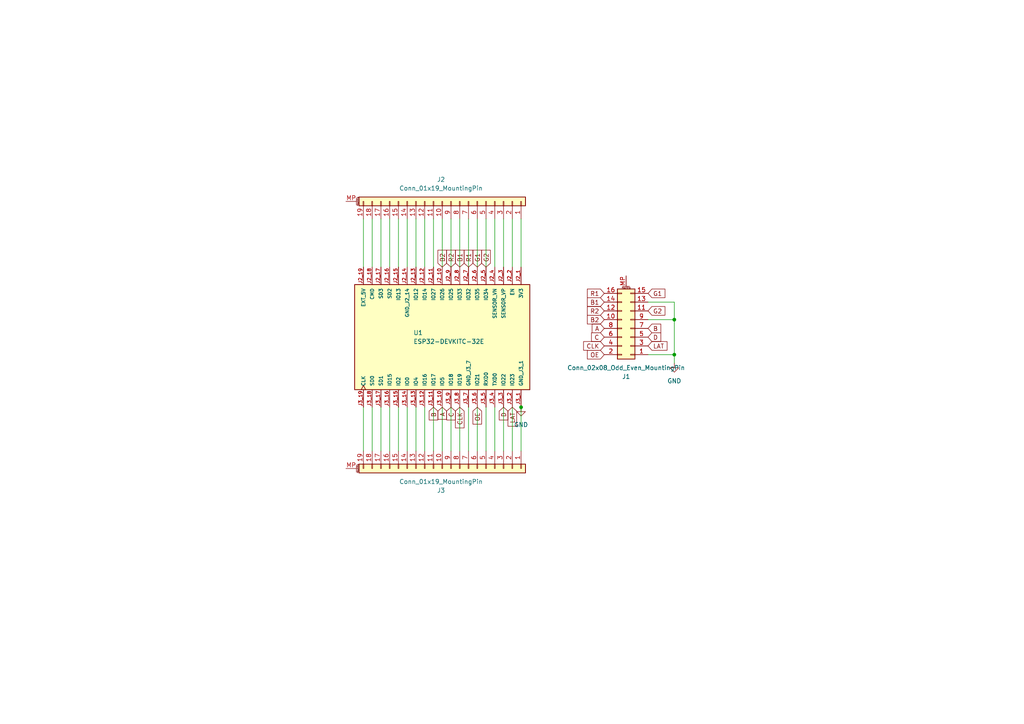
<source format=kicad_sch>
(kicad_sch (version 20250114) (generator "eeschema") (generator_version "9.0")
  (paper "A4")
  (title_block (title "FlightDeck Adapter PCB") (date "2026-01-12"))
  (lib_symbols
    (symbol "Connector_Generic_MountingPin:Conn_01x19_MountingPin" (pin_names (offset 1.016) (hide yes))
      (property "Reference" "J" (at 0 25.4 0))
      (property "Value" "Conn_01x19_MountingPin" (at 1.27 -25.4 0))
      (symbol "Conn_01x19_MountingPin_1_1"
        (rectangle (start -1.27 24.13) (end 1.27 -24.13) (stroke (width 0.254)) (fill (type background)))
        (rectangle (start -1.27 22.987) (end 0 22.733) (stroke (width 0.1524)))
        (rectangle (start -1.27 20.447) (end 0 20.193) (stroke (width 0.1524)))
        (rectangle (start -1.27 17.907) (end 0 17.653) (stroke (width 0.1524)))
        (rectangle (start -1.27 15.367) (end 0 15.113) (stroke (width 0.1524)))
        (rectangle (start -1.27 12.827) (end 0 12.573) (stroke (width 0.1524)))
        (rectangle (start -1.27 10.287) (end 0 10.033) (stroke (width 0.1524)))
        (rectangle (start -1.27 7.747) (end 0 7.493) (stroke (width 0.1524)))
        (rectangle (start -1.27 5.207) (end 0 4.953) (stroke (width 0.1524)))
        (rectangle (start -1.27 2.667) (end 0 2.413) (stroke (width 0.1524)))
        (rectangle (start -1.27 0.127) (end 0 -0.127) (stroke (width 0.1524)))
        (rectangle (start -1.27 -2.413) (end 0 -2.667) (stroke (width 0.1524)))
        (rectangle (start -1.27 -4.953) (end 0 -5.207) (stroke (width 0.1524)))
        (rectangle (start -1.27 -7.493) (end 0 -7.747) (stroke (width 0.1524)))
        (rectangle (start -1.27 -10.033) (end 0 -10.287) (stroke (width 0.1524)))
        (rectangle (start -1.27 -12.573) (end 0 -12.827) (stroke (width 0.1524)))
        (rectangle (start -1.27 -15.113) (end 0 -15.367) (stroke (width 0.1524)))
        (rectangle (start -1.27 -17.653) (end 0 -17.907) (stroke (width 0.1524)))
        (rectangle (start -1.27 -20.193) (end 0 -20.447) (stroke (width 0.1524)))
        (rectangle (start -1.27 -22.733) (end 0 -22.987) (stroke (width 0.1524)))
        (polyline (pts (xy -1.016 -24.892) (xy 1.016 -24.892)) (stroke (width 0.1524)))
        (text "Mounting" (at 0 -24.511 0) (effects (font (size 0.381 0.381))))
        (pin passive line (at -5.08 22.86 0) (length 3.81) (name "Pin_1") (number "1"))
        (pin passive line (at -5.08 20.32 0) (length 3.81) (name "Pin_2") (number "2"))
        (pin passive line (at -5.08 17.78 0) (length 3.81) (name "Pin_3") (number "3"))
        (pin passive line (at -5.08 15.24 0) (length 3.81) (name "Pin_4") (number "4"))
        (pin passive line (at -5.08 12.7 0) (length 3.81) (name "Pin_5") (number "5"))
        (pin passive line (at -5.08 10.16 0) (length 3.81) (name "Pin_6") (number "6"))
        (pin passive line (at -5.08 7.62 0) (length 3.81) (name "Pin_7") (number "7"))
        (pin passive line (at -5.08 5.08 0) (length 3.81) (name "Pin_8") (number "8"))
        (pin passive line (at -5.08 2.54 0) (length 3.81) (name "Pin_9") (number "9"))
        (pin passive line (at -5.08 0 0) (length 3.81) (name "Pin_10") (number "10"))
        (pin passive line (at -5.08 -2.54 0) (length 3.81) (name "Pin_11") (number "11"))
        (pin passive line (at -5.08 -5.08 0) (length 3.81) (name "Pin_12") (number "12"))
        (pin passive line (at -5.08 -7.62 0) (length 3.81) (name "Pin_13") (number "13"))
        (pin passive line (at -5.08 -10.16 0) (length 3.81) (name "Pin_14") (number "14"))
        (pin passive line (at -5.08 -12.7 0) (length 3.81) (name "Pin_15") (number "15"))
        (pin passive line (at -5.08 -15.24 0) (length 3.81) (name "Pin_16") (number "16"))
        (pin passive line (at -5.08 -17.78 0) (length 3.81) (name "Pin_17") (number "17"))
        (pin passive line (at -5.08 -20.32 0) (length 3.81) (name "Pin_18") (number "18"))
        (pin passive line (at -5.08 -22.86 0) (length 3.81) (name "Pin_19") (number "19"))
        (pin passive line (at 0 -27.94 90) (length 3.048) (name "MountPin") (number "MP"))
      )
    )
    (symbol "Connector_Generic_MountingPin:Conn_02x08_Odd_Even_MountingPin" (pin_names (offset 1.016) (hide yes))
      (property "Reference" "J" (at 1.27 10.16 0))
      (property "Value" "Conn_02x08_Odd_Even_MountingPin" (at 2.54 -12.7 0))
      (symbol "Conn_02x08_Odd_Even_MountingPin_1_1"
        (rectangle (start -1.27 8.89) (end 3.81 -11.43) (stroke (width 0.254)) (fill (type background)))
        (rectangle (start -1.27 7.747) (end 0 7.493) (stroke (width 0.1524)))
        (rectangle (start -1.27 5.207) (end 0 4.953) (stroke (width 0.1524)))
        (rectangle (start -1.27 2.667) (end 0 2.413) (stroke (width 0.1524)))
        (rectangle (start -1.27 0.127) (end 0 -0.127) (stroke (width 0.1524)))
        (rectangle (start -1.27 -2.413) (end 0 -2.667) (stroke (width 0.1524)))
        (rectangle (start -1.27 -4.953) (end 0 -5.207) (stroke (width 0.1524)))
        (rectangle (start -1.27 -7.493) (end 0 -7.747) (stroke (width 0.1524)))
        (rectangle (start -1.27 -10.033) (end 0 -10.287) (stroke (width 0.1524)))
        (polyline (pts (xy 0.254 -12.192) (xy 2.286 -12.192)) (stroke (width 0.1524)))
        (rectangle (start 3.81 7.747) (end 2.54 7.493) (stroke (width 0.1524)))
        (rectangle (start 3.81 5.207) (end 2.54 4.953) (stroke (width 0.1524)))
        (rectangle (start 3.81 2.667) (end 2.54 2.413) (stroke (width 0.1524)))
        (rectangle (start 3.81 0.127) (end 2.54 -0.127) (stroke (width 0.1524)))
        (rectangle (start 3.81 -2.413) (end 2.54 -2.667) (stroke (width 0.1524)))
        (rectangle (start 3.81 -4.953) (end 2.54 -5.207) (stroke (width 0.1524)))
        (rectangle (start 3.81 -7.493) (end 2.54 -7.747) (stroke (width 0.1524)))
        (rectangle (start 3.81 -10.033) (end 2.54 -10.287) (stroke (width 0.1524)))
        (text "Mounting" (at 1.27 -11.811 0) (effects (font (size 0.381 0.381))))
        (pin passive line (at -5.08 7.62 0) (length 3.81) (name "Pin_1") (number "1"))
        (pin passive line (at -5.08 5.08 0) (length 3.81) (name "Pin_3") (number "3"))
        (pin passive line (at -5.08 2.54 0) (length 3.81) (name "Pin_5") (number "5"))
        (pin passive line (at -5.08 0 0) (length 3.81) (name "Pin_7") (number "7"))
        (pin passive line (at -5.08 -2.54 0) (length 3.81) (name "Pin_9") (number "9"))
        (pin passive line (at -5.08 -5.08 0) (length 3.81) (name "Pin_11") (number "11"))
        (pin passive line (at -5.08 -7.62 0) (length 3.81) (name "Pin_13") (number "13"))
        (pin passive line (at -5.08 -10.16 0) (length 3.81) (name "Pin_15") (number "15"))
        (pin passive line (at 1.27 -15.24 90) (length 3.048) (name "MountPin") (number "MP"))
        (pin passive line (at 7.62 7.62 180) (length 3.81) (name "Pin_2") (number "2"))
        (pin passive line (at 7.62 5.08 180) (length 3.81) (name "Pin_4") (number "4"))
        (pin passive line (at 7.62 2.54 180) (length 3.81) (name "Pin_6") (number "6"))
        (pin passive line (at 7.62 0 180) (length 3.81) (name "Pin_8") (number "8"))
        (pin passive line (at 7.62 -2.54 180) (length 3.81) (name "Pin_10") (number "10"))
        (pin passive line (at 7.62 -5.08 180) (length 3.81) (name "Pin_12") (number "12"))
        (pin passive line (at 7.62 -7.62 180) (length 3.81) (name "Pin_14") (number "14"))
        (pin passive line (at 7.62 -10.16 180) (length 3.81) (name "Pin_16") (number "16"))
      )
    )
    (symbol "ESP32-DEVKITC-32E:ESP32-DEVKITC-32E" (pin_names (offset 1.016))
      (property "Reference" "U" (at -15.24 26.162 0))
      (property "Value" "ESP32-DEVKITC-32E" (at -15.24 -27.94 0))
      (symbol "ESP32-DEVKITC-32E_0_0"
        (rectangle (start -15.24 -25.4) (end 15.24 25.4) (stroke (width 0.254)) (fill (type background)))
        (pin power_in line (at -20.32 22.86 0) (length 5.08) (name "3V3") (number "J2_1"))
        (pin input line (at -20.32 20.32 0) (length 5.08) (name "EN") (number "J2_2"))
        (pin bidirectional line (at -20.32 17.78 0) (length 5.08) (name "SENSOR_VP") (number "J2_3"))
        (pin bidirectional line (at -20.32 15.24 0) (length 5.08) (name "SENSOR_VN") (number "J2_4"))
        (pin bidirectional line (at -20.32 12.7 0) (length 5.08) (name "IO34") (number "J2_5"))
        (pin bidirectional line (at -20.32 10.16 0) (length 5.08) (name "IO35") (number "J2_6"))
        (pin bidirectional line (at -20.32 7.62 0) (length 5.08) (name "IO32") (number "J2_7"))
        (pin bidirectional line (at -20.32 5.08 0) (length 5.08) (name "IO33") (number "J2_8"))
        (pin bidirectional line (at -20.32 2.54 0) (length 5.08) (name "IO25") (number "J2_9"))
        (pin bidirectional line (at -20.32 0 0) (length 5.08) (name "IO26") (number "J2_10"))
        (pin bidirectional line (at -20.32 -2.54 0) (length 5.08) (name "IO27") (number "J2_11"))
        (pin bidirectional line (at -20.32 -5.08 0) (length 5.08) (name "IO14") (number "J2_12"))
        (pin bidirectional line (at -20.32 -7.62 0) (length 5.08) (name "IO12") (number "J2_13"))
        (pin power_in line (at -20.32 -10.16 0) (length 5.08) (name "GND_J2_14") (number "J2_14"))
        (pin bidirectional line (at -20.32 -12.7 0) (length 5.08) (name "IO13") (number "J2_15"))
        (pin bidirectional line (at -20.32 -15.24 0) (length 5.08) (name "SD2") (number "J2_16"))
        (pin bidirectional line (at -20.32 -17.78 0) (length 5.08) (name "SD3") (number "J2_17"))
        (pin bidirectional line (at -20.32 -20.32 0) (length 5.08) (name "CMD") (number "J2_18"))
        (pin power_in line (at -20.32 -22.86 0) (length 5.08) (name "EXT_5V") (number "J2_19"))
        (pin power_in line (at 20.32 22.86 180) (length 5.08) (name "GND_J3_1") (number "J3_1"))
        (pin bidirectional line (at 20.32 20.32 180) (length 5.08) (name "IO23") (number "J3_2"))
        (pin bidirectional line (at 20.32 17.78 180) (length 5.08) (name "IO22") (number "J3_3"))
        (pin bidirectional line (at 20.32 15.24 180) (length 5.08) (name "TXD0") (number "J3_4"))
        (pin bidirectional line (at 20.32 12.7 180) (length 5.08) (name "RXD0") (number "J3_5"))
        (pin bidirectional line (at 20.32 10.16 180) (length 5.08) (name "IO21") (number "J3_6"))
        (pin power_in line (at 20.32 7.62 180) (length 5.08) (name "GND_J3_7") (number "J3_7"))
        (pin bidirectional line (at 20.32 5.08 180) (length 5.08) (name "IO19") (number "J3_8"))
        (pin bidirectional line (at 20.32 2.54 180) (length 5.08) (name "IO18") (number "J3_9"))
        (pin bidirectional line (at 20.32 0 180) (length 5.08) (name "IO5") (number "J3_10"))
        (pin bidirectional line (at 20.32 -2.54 180) (length 5.08) (name "IO17") (number "J3_11"))
        (pin bidirectional line (at 20.32 -5.08 180) (length 5.08) (name "IO16") (number "J3_12"))
        (pin bidirectional line (at 20.32 -7.62 180) (length 5.08) (name "IO4") (number "J3_13"))
        (pin bidirectional line (at 20.32 -10.16 180) (length 5.08) (name "IO0") (number "J3_14"))
        (pin bidirectional line (at 20.32 -12.7 180) (length 5.08) (name "IO2") (number "J3_15"))
        (pin bidirectional line (at 20.32 -15.24 180) (length 5.08) (name "IO15") (number "J3_16"))
        (pin bidirectional line (at 20.32 -17.78 180) (length 5.08) (name "SD1") (number "J3_17"))
        (pin bidirectional line (at 20.32 -20.32 180) (length 5.08) (name "SD0") (number "J3_18"))
        (pin bidirectional clock (at 20.32 -22.86 180) (length 5.08) (name "CLK") (number "J3_19"))
      )
    )
    (symbol "power:GND" (power) (pin_numbers (hide yes)) (pin_names (offset 0) (hide yes))
      (property "Value" "GND" (at 0 -3.81 0))
      (symbol "GND_0_1"
        (polyline (pts (xy 0 0) (xy 0 -1.27) (xy 1.27 -1.27) (xy 0 -2.54) (xy -1.27 -1.27) (xy 0 -1.27)))
      )
      (symbol "GND_1_1"
        (pin power_in line (at 0 0 270) (length 0) (name "~") (number "1"))
      )
    )
  )
  (junction (at 151.13 118.11))
  (junction (at 195.58 92.71))
  (junction (at 195.58 102.87))
  (wire (pts (xy 120.65 118.11) (xy 120.65 130.81)))
  (wire (pts (xy 148.59 63.5) (xy 148.59 77.47)))
  (wire (pts (xy 187.96 92.71) (xy 195.58 92.71)))
  (wire (pts (xy 133.35 118.11) (xy 133.35 130.81)))
  (wire (pts (xy 118.11 63.5) (xy 118.11 77.47)))
  (wire (pts (xy 143.51 118.11) (xy 143.51 130.81)))
  (wire (pts (xy 107.95 118.11) (xy 107.95 130.81)))
  (wire (pts (xy 187.96 102.87) (xy 195.58 102.87)))
  (wire (pts (xy 130.81 118.11) (xy 130.81 130.81)))
  (wire (pts (xy 195.58 92.71) (xy 195.58 102.87)))
  (wire (pts (xy 130.81 63.5) (xy 130.81 77.47)))
  (wire (pts (xy 138.43 118.11) (xy 138.43 130.81)))
  (wire (pts (xy 120.65 63.5) (xy 120.65 77.47)))
  (wire (pts (xy 105.41 63.5) (xy 105.41 77.47)))
  (wire (pts (xy 115.57 118.11) (xy 115.57 130.81)))
  (wire (pts (xy 148.59 118.11) (xy 148.59 130.81)))
  (wire (pts (xy 128.27 118.11) (xy 128.27 130.81)))
  (wire (pts (xy 140.97 63.5) (xy 140.97 77.47)))
  (wire (pts (xy 138.43 63.5) (xy 138.43 77.47)))
  (wire (pts (xy 110.49 63.5) (xy 110.49 77.47)))
  (wire (pts (xy 195.58 87.63) (xy 195.58 92.71)))
  (wire (pts (xy 133.35 63.5) (xy 133.35 77.47)))
  (wire (pts (xy 140.97 118.11) (xy 140.97 130.81)))
  (wire (pts (xy 143.51 63.5) (xy 143.51 77.47)))
  (wire (pts (xy 113.03 118.11) (xy 113.03 130.81)))
  (wire (pts (xy 123.19 118.11) (xy 123.19 130.81)))
  (wire (pts (xy 123.19 63.5) (xy 123.19 77.47)))
  (wire (pts (xy 195.58 102.87) (xy 195.58 105.41)))
  (wire (pts (xy 128.27 63.5) (xy 128.27 77.47)))
  (wire (pts (xy 118.11 118.11) (xy 118.11 130.81)))
  (wire (pts (xy 187.96 87.63) (xy 195.58 87.63)))
  (wire (pts (xy 125.73 118.11) (xy 125.73 130.81)))
  (wire (pts (xy 113.03 63.5) (xy 113.03 77.47)))
  (wire (pts (xy 115.57 63.5) (xy 115.57 77.47)))
  (wire (pts (xy 105.41 130.81) (xy 105.41 118.11)))
  (wire (pts (xy 146.05 63.5) (xy 146.05 77.47)))
  (wire (pts (xy 151.13 63.5) (xy 151.13 77.47)))
  (wire (pts (xy 151.13 118.11) (xy 151.13 130.81)))
  (wire (pts (xy 135.89 118.11) (xy 135.89 130.81)))
  (wire (pts (xy 107.95 63.5) (xy 107.95 77.47)))
  (wire (pts (xy 135.89 63.5) (xy 135.89 77.47)))
  (wire (pts (xy 110.49 118.11) (xy 110.49 130.81)))
  (wire (pts (xy 125.73 63.5) (xy 125.73 77.47)))
  (wire (pts (xy 146.05 118.11) (xy 146.05 130.81)))
  (global_label "D" (shape input) (at 146.05 118.11 270) (property "Intersheetrefs" "${INTERSHEET_REFS}" (effects (hide yes))))
  (global_label "CLK" (shape input) (at 133.35 118.11 270) (property "Intersheetrefs" "${INTERSHEET_REFS}" (effects (hide yes))))
  (global_label "A" (shape input) (at 175.26 95.25 180) (property "Intersheetrefs" "${INTERSHEET_REFS}" (effects (hide yes))))
  (global_label "G2" (shape input) (at 140.97 77.47 90) (property "Intersheetrefs" "${INTERSHEET_REFS}" (effects (hide yes))))
  (global_label "G1" (shape input) (at 138.43 77.47 90) (property "Intersheetrefs" "${INTERSHEET_REFS}" (effects (hide yes))))
  (global_label "CLK" (shape input) (at 175.26 100.33 180) (property "Intersheetrefs" "${INTERSHEET_REFS}" (effects (hide yes))))
  (global_label "D" (shape input) (at 187.96 97.79 0) (property "Intersheetrefs" "${INTERSHEET_REFS}" (effects (hide yes))))
  (global_label "B" (shape input) (at 187.96 95.25 0) (property "Intersheetrefs" "${INTERSHEET_REFS}" (effects (hide yes))))
  (global_label "B" (shape input) (at 125.73 118.11 270) (property "Intersheetrefs" "${INTERSHEET_REFS}" (effects (hide yes))))
  (global_label "R1" (shape input) (at 175.26 85.09 180) (property "Intersheetrefs" "${INTERSHEET_REFS}" (effects (hide yes))))
  (global_label "LAT" (shape input) (at 187.96 100.33 0) (property "Intersheetrefs" "${INTERSHEET_REFS}" (effects (hide yes))))
  (global_label "C" (shape input) (at 130.81 118.11 270) (property "Intersheetrefs" "${INTERSHEET_REFS}" (effects (hide yes))))
  (global_label "C" (shape input) (at 175.26 97.79 180) (property "Intersheetrefs" "${INTERSHEET_REFS}" (effects (hide yes))))
  (global_label "B2" (shape input) (at 175.26 92.71 180) (property "Intersheetrefs" "${INTERSHEET_REFS}" (effects (hide yes))))
  (global_label "R2" (shape input) (at 175.26 90.17 180) (property "Intersheetrefs" "${INTERSHEET_REFS}" (effects (hide yes))))
  (global_label "R2" (shape input) (at 130.81 77.47 90) (property "Intersheetrefs" "${INTERSHEET_REFS}" (effects (hide yes))))
  (global_label "B1" (shape input) (at 175.26 87.63 180) (property "Intersheetrefs" "${INTERSHEET_REFS}" (effects (hide yes))))
  (global_label "R1" (shape input) (at 135.89 77.47 90) (property "Intersheetrefs" "${INTERSHEET_REFS}" (effects (hide yes))))
  (global_label "G2" (shape input) (at 187.96 90.17 0) (property "Intersheetrefs" "${INTERSHEET_REFS}" (effects (hide yes))))
  (global_label "LAT" (shape input) (at 148.59 118.11 270) (property "Intersheetrefs" "${INTERSHEET_REFS}" (effects (hide yes))))
  (global_label "OE" (shape input) (at 175.26 102.87 180) (property "Intersheetrefs" "${INTERSHEET_REFS}" (effects (hide yes))))
  (global_label "G1" (shape input) (at 187.96 85.09 0) (property "Intersheetrefs" "${INTERSHEET_REFS}" (effects (hide yes))))
  (global_label "B1" (shape input) (at 133.35 77.47 90) (property "Intersheetrefs" "${INTERSHEET_REFS}" (effects (hide yes))))
  (global_label "OE" (shape input) (at 138.43 118.11 270) (property "Intersheetrefs" "${INTERSHEET_REFS}" (effects (hide yes))))
  (global_label "B2" (shape input) (at 128.27 77.47 90) (property "Intersheetrefs" "${INTERSHEET_REFS}" (effects (hide yes))))
  (global_label "A" (shape input) (at 128.27 118.11 270) (property "Intersheetrefs" "${INTERSHEET_REFS}" (effects (hide yes))))
  (symbol (lib_id "Connector_Generic_MountingPin:Conn_02x08_Odd_Even_MountingPin") (at 182.88 95.25 180) (unit 1)
    (property "Reference" "J1" (at 181.61 109.22 0))
    (property "Value" "Conn_02x08_Odd_Even_MountingPin" (at 181.61 106.68 0))
    (property "Footprint" "Connector_PinSocket_2.54mm:PinSocket_2x08_P2.54mm_Vertical" (effects (hide yes)))
    (property "Description" "Generic connectable mounting pin connector, double row, 02x08, odd/even pin numbering scheme (row 1 odd numbers, row 2 even numbers), script generated (kicad-library-utils/schlib/autogen/connector/)" (effects (hide yes)))
  )
  (symbol (lib_id "power:GND") (at 195.58 105.41 0) (unit 1)
    (property "Reference" "#PWR01" (effects (hide yes)))
    (property "Value" "GND" (at 195.58 110.49 0))
    (property "Description" "Power symbol creates a global label with name \"GND\" , ground" (effects (hide yes)))
  )
  (symbol (lib_id "Connector_Generic_MountingPin:Conn_01x19_MountingPin") (at 128.27 58.42 270) (mirror x) (unit 1)
    (property "Reference" "J2" (at 127.9144 52.07 90))
    (property "Value" "Conn_01x19_MountingPin" (at 127.9144 54.61 90))
    (property "Footprint" "Connector_PinSocket_2.54mm:PinSocket_1x19_P2.54mm_Vertical" (effects (hide yes)))
    (property "Description" "Generic connectable mounting pin connector, single row, 01x19, script generated (kicad-library-utils/schlib/autogen/connector/)" (effects (hide yes)))
  )
  (symbol (lib_id "ESP32-DEVKITC-32E:ESP32-DEVKITC-32E") (at 128.27 97.79 270) (unit 1)
    (property "Reference" "U1" (at 119.888 96.52 90) (effects (justify left)))
    (property "Value" "ESP32-DEVKITC-32E" (at 119.888 99.06 90) (effects (justify left)))
    (property "Footprint" "ESP32-DEVKITC-32E:MODULE_ESP32-DEVKITC-32E" (effects (hide yes)))
    (property "MF" "Espressif Systems" (effects (hide yes)))
    (property "Description_1" "The ESP32-DEVKITC-32E transceiver evaluation board from Espressif Systems is a powerful development tool for wireless communication technologies. It supports 802.11 b/g/n Wi-Fi and Bluetooth® Smart Ready 4.x (BLE) dual-mode at 2.4GHz, making it ideal for a variety of IoT applications. Equipped with a PCB antenna and 4MB flash, this board provides reliable connectivity and ample memory for developing and testing RF, RFID, and wireless solutions." (effects (hide yes)))
    (property "Package" "None" (effects (hide yes)))
    (property "Price" "None" (effects (hide yes)))
    (property "Check_prices" "https://www.snapeda.com/parts/ESP32-DEVKITC-32E/Espressif+Systems/view-part/?ref=eda" (effects (hide yes)))
    (property "STANDARD" "Manufacturer Recommendations" (effects (hide yes)))
    (property "PARTREV" "1.4" (effects (hide yes)))
    (property "SnapEDA_Link" "https://www.snapeda.com/parts/ESP32-DEVKITC-32E/Espressif+Systems/view-part/?ref=snap" (effects (hide yes)))
    (property "MP" "ESP32-DEVKITC-32E" (effects (hide yes)))
    (property "Purchase-URL" "https://www.snapeda.com/api/url_track_click_mouser/?unipart_id=4719025&manufacturer=Espressif Systems&part_name=ESP32-DEVKITC-32E&search_term=None" (effects (hide yes)))
    (property "Availability" "In Stock" (effects (hide yes)))
    (property "MANUFACTURER" "Espressif Systems" (effects (hide yes)))
  )
  (symbol (lib_id "Connector_Generic_MountingPin:Conn_01x19_MountingPin") (at 128.27 135.89 270) (unit 1)
    (property "Reference" "J3" (at 127.9144 142.24 90))
    (property "Value" "Conn_01x19_MountingPin" (at 127.9144 139.7 90))
    (property "Footprint" "Connector_PinSocket_2.54mm:PinSocket_1x19_P2.54mm_Vertical" (effects (hide yes)))
    (property "Description" "Generic connectable mounting pin connector, single row, 01x19, script generated (kicad-library-utils/schlib/autogen/connector/)" (effects (hide yes)))
  )
  (symbol (lib_id "power:GND") (at 151.13 118.11 0) (mirror y) (unit 1)
    (property "Reference" "#PWR02" (effects (hide yes)))
    (property "Value" "GND" (at 151.13 123.19 0))
    (property "Description" "Power symbol creates a global label with name \"GND\" , ground" (effects (hide yes)))
  )
)
</source>
